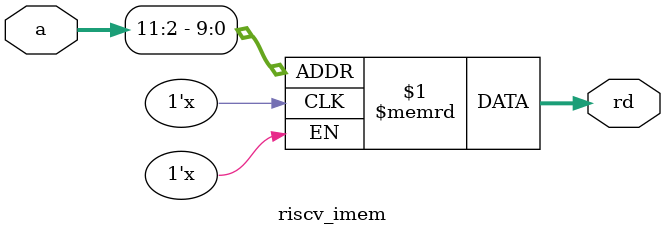
<source format=v>
module riscv_imem (
    input  wire [31:0] a,
    output wire [31:0] rd
);

    // 1. Declare Memory AND Initialize it in one line
    // The (* ... *) attribute must go strictly BEFORE the reg declaration
    (* ram_init_file = "C:/Users/ranan/OneDrive/Desktop/mvp/RISCV_Pipelined_Processor2.0/instruction_mem.mif" *) reg [31:0] RAM [0:1023];

    // 2. Read Logic (Word Aligned)
    // a[31:2] divides by 4 (ignoring byte offset)
    assign rd = RAM[a[11:2]]; // Use [11:2] to prevent "Index out of range" warnings

endmodule
</source>
